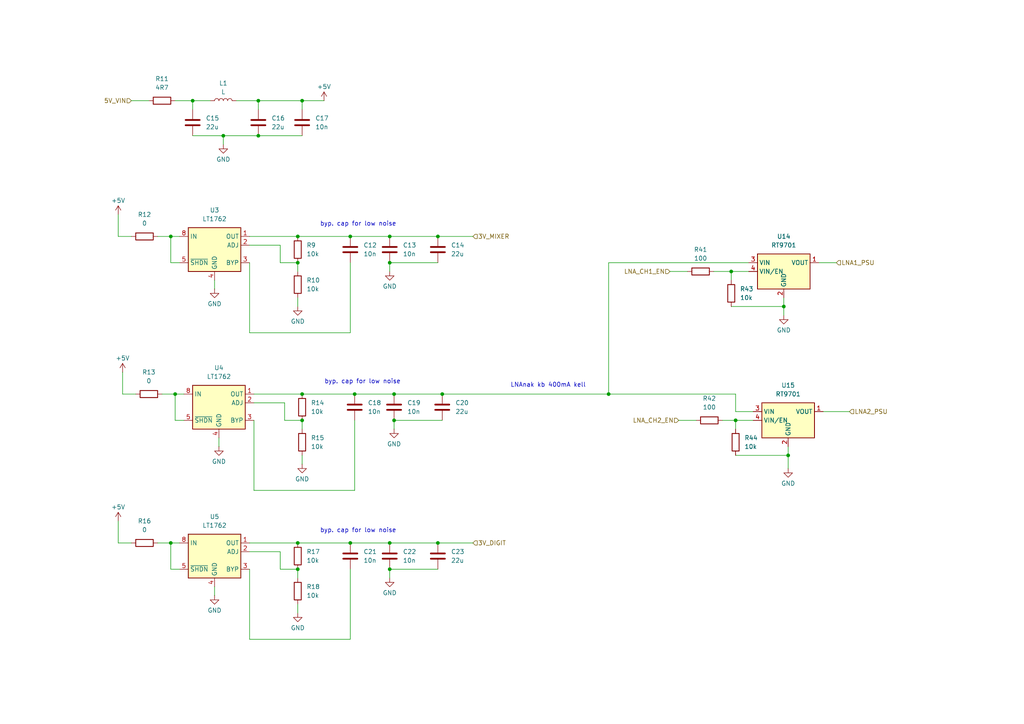
<source format=kicad_sch>
(kicad_sch (version 20250114) (generator "eeschema") (generator_version "9.0")
  (paper "A4")
  (lib_symbols
    (symbol "Device:C" (pin_numbers (hide yes)) (pin_names (offset 0.254))
      (property "Reference" "C" (at 0.635 2.54 0))
      (property "Value" "C" (at 0.635 -2.54 0))
      (symbol "C_0_1"
        (polyline (pts (xy -2.032 0.762) (xy 2.032 0.762)) (stroke (width 0.508)))
        (polyline (pts (xy -2.032 -0.762) (xy 2.032 -0.762)) (stroke (width 0.508)))
      )
      (symbol "C_1_1"
        (pin passive line (at 0 3.81 270) (length 2.794) (name "~") (number "1"))
        (pin passive line (at 0 -3.81 90) (length 2.794) (name "~") (number "2"))
      )
    )
    (symbol "Device:L" (pin_numbers (hide yes)) (pin_names (offset 1.016) (hide yes))
      (property "Reference" "L" (at -1.27 0 90))
      (property "Value" "L" (at 1.905 0 90))
      (symbol "L_0_1"
        (arc (start 0 2.54) (mid 0.6323 1.905) (end 0 1.27))
        (arc (start 0 1.27) (mid 0.6323 0.635) (end 0 0))
        (arc (start 0 0) (mid 0.6323 -0.635) (end 0 -1.27))
        (arc (start 0 -1.27) (mid 0.6323 -1.905) (end 0 -2.54))
      )
      (symbol "L_1_1"
        (pin passive line (at 0 3.81 270) (length 1.27) (name "1") (number "1"))
        (pin passive line (at 0 -3.81 90) (length 1.27) (name "2") (number "2"))
      )
    )
    (symbol "Device:R" (pin_numbers (hide yes)) (pin_names (offset 0))
      (property "Reference" "R" (at 2.032 0 90))
      (property "Value" "R" (at 0 0 90))
      (symbol "R_0_1"
        (rectangle (start -1.016 -2.54) (end 1.016 2.54) (stroke (width 0.254)))
      )
      (symbol "R_1_1"
        (pin passive line (at 0 3.81 270) (length 1.27) (name "~") (number "1"))
        (pin passive line (at 0 -3.81 90) (length 1.27) (name "~") (number "2"))
      )
    )
    (symbol "Power_Management:RT9701"
      (property "Reference" "U" (at 0 6.35 0))
      (property "Value" "RT9701" (at 5.08 -6.35 0))
      (symbol "RT9701_0_1"
        (rectangle (start -7.62 5.08) (end 7.62 -5.08) (stroke (width 0.254)) (fill (type background)))
      )
      (symbol "RT9701_1_1"
        (pin power_in line (at -10.16 2.54 0) (length 2.54) (name "VIN") (number "3"))
        (pin input line (at -10.16 0 0) (length 2.54) (name "VIN/EN") (number "4"))
        (pin power_in line (at 0 -7.62 90) (length 2.54) (name "GND") (number "2"))
        (pin power_out line (at 10.16 2.54 180) (length 2.54) (name "VOUT") (number "1"))
        (pin passive line (at 10.16 2.54 180) (length 2.54) (hide yes) (name "VOUT") (number "5"))
      )
    )
    (symbol "Regulator_Linear:LT1762"
      (property "Reference" "U" (at -7.62 8.89 0))
      (property "Value" "LT1762" (at 1.27 -6.35 0))
      (symbol "LT1762_0_1"
        (rectangle (start -7.62 7.62) (end 7.62 -5.08) (stroke (width 0.254)) (fill (type background)))
      )
      (symbol "LT1762_1_1"
        (pin power_in line (at -10.16 5.08 0) (length 2.54) (name "IN") (number "8"))
        (pin input line (at -10.16 -2.54 0) (length 2.54) (name "~{SHDN}") (number "5"))
        (pin power_in line (at 0 -7.62 90) (length 2.54) (name "GND") (number "4"))
        (pin no_connect line (at 2.54 5.08 90) (length 2.54) (hide yes) (name "NC") (number "6"))
        (pin no_connect line (at 2.54 2.54 90) (length 2.54) (hide yes) (name "NC") (number "7"))
        (pin power_out line (at 10.16 5.08 180) (length 2.54) (name "OUT") (number "1"))
        (pin input line (at 10.16 2.54 180) (length 2.54) (name "ADJ") (number "2"))
        (pin passive line (at 10.16 -2.54 180) (length 2.54) (name "BYP") (number "3"))
      )
    )
    (symbol "power:+5V" (power) (pin_numbers (hide yes)) (pin_names (offset 0) (hide yes))
      (property "Value" "+5V" (at 0 3.556 0))
      (symbol "+5V_0_1"
        (polyline (pts (xy -0.762 1.27) (xy 0 2.54)))
        (polyline (pts (xy 0 2.54) (xy 0.762 1.27)))
        (polyline (pts (xy 0 0) (xy 0 2.54)))
      )
      (symbol "+5V_1_1"
        (pin power_in line (at 0 0 90) (length 0) (name "~") (number "1"))
      )
    )
    (symbol "power:GND" (power) (pin_numbers (hide yes)) (pin_names (offset 0) (hide yes))
      (property "Value" "GND" (at 0 -3.81 0))
      (symbol "GND_0_1"
        (polyline (pts (xy 0 0) (xy 0 -1.27) (xy 1.27 -1.27) (xy 0 -2.54) (xy -1.27 -1.27) (xy 0 -1.27)))
      )
      (symbol "GND_1_1"
        (pin power_in line (at 0 0 270) (length 0) (name "~") (number "1"))
      )
    )
  )
  (text "LNAnak kb 400mA kell" (at 159.004 111.76 0) (effects (font (size 1.27 1.27))))
  (text "byp. cap for low noise" (at 105.156 110.744 0) (effects (font (size 1.27 1.27))))
  (text "byp. cap for low noise" (at 103.886 65.024 0) (effects (font (size 1.27 1.27))))
  (text "byp. cap for low noise" (at 103.886 153.924 0) (effects (font (size 1.27 1.27))))
  (junction (at 86.36 165.1))
  (junction (at 176.53 114.3))
  (junction (at 127 157.48))
  (junction (at 87.63 29.21))
  (junction (at 87.63 121.92))
  (junction (at 49.53 157.48))
  (junction (at 227.33 88.9))
  (junction (at 64.77 39.37))
  (junction (at 50.8 114.3))
  (junction (at 74.93 29.21))
  (junction (at 102.87 114.3))
  (junction (at 86.36 68.58))
  (junction (at 113.03 157.48))
  (junction (at 128.27 114.3))
  (junction (at 86.36 76.2))
  (junction (at 213.36 121.92))
  (junction (at 101.6 68.58))
  (junction (at 55.88 29.21))
  (junction (at 114.3 121.92))
  (junction (at 113.03 68.58))
  (junction (at 86.36 157.48))
  (junction (at 74.93 39.37))
  (junction (at 113.03 165.1))
  (junction (at 228.6 132.08))
  (junction (at 113.03 76.2))
  (junction (at 49.53 68.58))
  (junction (at 212.09 78.74))
  (junction (at 114.3 114.3))
  (junction (at 101.6 157.48))
  (junction (at 127 68.58))
  (junction (at 87.63 114.3))
  (wire (pts (xy 55.88 29.21) (xy 60.96 29.21)))
  (wire (pts (xy 137.16 68.58) (xy 127 68.58)))
  (wire (pts (xy 113.03 157.48) (xy 101.6 157.48)))
  (wire (pts (xy 101.6 76.2) (xy 101.6 96.52)))
  (wire (pts (xy 101.6 185.42) (xy 72.39 185.42)))
  (wire (pts (xy 86.36 165.1) (xy 81.28 165.1)))
  (wire (pts (xy 53.34 121.92) (xy 50.8 121.92)))
  (wire (pts (xy 81.28 165.1) (xy 81.28 160.02)))
  (wire (pts (xy 101.6 165.1) (xy 101.6 185.42)))
  (wire (pts (xy 87.63 121.92) (xy 87.63 124.46)))
  (wire (pts (xy 86.36 76.2) (xy 86.36 78.74)))
  (wire (pts (xy 114.3 114.3) (xy 128.27 114.3)))
  (wire (pts (xy 213.36 121.92) (xy 213.36 124.46)))
  (wire (pts (xy 238.76 119.38) (xy 246.38 119.38)))
  (wire (pts (xy 86.36 76.2) (xy 81.28 76.2)))
  (wire (pts (xy 213.36 114.3) (xy 213.36 119.38)))
  (wire (pts (xy 72.39 68.58) (xy 86.36 68.58)))
  (wire (pts (xy 102.87 142.24) (xy 73.66 142.24)))
  (wire (pts (xy 237.49 76.2) (xy 242.57 76.2)))
  (wire (pts (xy 35.56 114.3) (xy 39.37 114.3)))
  (wire (pts (xy 212.09 78.74) (xy 212.09 81.28)))
  (wire (pts (xy 72.39 157.48) (xy 86.36 157.48)))
  (wire (pts (xy 49.53 76.2) (xy 49.53 68.58)))
  (wire (pts (xy 34.29 68.58) (xy 38.1 68.58)))
  (wire (pts (xy 87.63 29.21) (xy 93.98 29.21)))
  (wire (pts (xy 113.03 68.58) (xy 127 68.58)))
  (wire (pts (xy 62.23 170.18) (xy 62.23 172.72)))
  (wire (pts (xy 52.07 76.2) (xy 49.53 76.2)))
  (wire (pts (xy 86.36 68.58) (xy 101.6 68.58)))
  (wire (pts (xy 102.87 121.92) (xy 102.87 142.24)))
  (wire (pts (xy 64.77 39.37) (xy 74.93 39.37)))
  (wire (pts (xy 137.16 157.48) (xy 127 157.48)))
  (wire (pts (xy 74.93 29.21) (xy 87.63 29.21)))
  (wire (pts (xy 49.53 157.48) (xy 52.07 157.48)))
  (wire (pts (xy 114.3 114.3) (xy 102.87 114.3)))
  (wire (pts (xy 81.28 76.2) (xy 81.28 71.12)))
  (wire (pts (xy 50.8 29.21) (xy 55.88 29.21)))
  (wire (pts (xy 114.3 121.92) (xy 128.27 121.92)))
  (wire (pts (xy 113.03 76.2) (xy 113.03 78.74)))
  (wire (pts (xy 62.23 81.28) (xy 62.23 83.82)))
  (wire (pts (xy 74.93 31.75) (xy 74.93 29.21)))
  (wire (pts (xy 228.6 129.54) (xy 228.6 132.08)))
  (wire (pts (xy 86.36 86.36) (xy 86.36 88.9)))
  (wire (pts (xy 101.6 96.52) (xy 72.39 96.52)))
  (wire (pts (xy 45.72 68.58) (xy 49.53 68.58)))
  (wire (pts (xy 55.88 39.37) (xy 64.77 39.37)))
  (wire (pts (xy 87.63 121.92) (xy 82.55 121.92)))
  (wire (pts (xy 213.36 132.08) (xy 228.6 132.08)))
  (wire (pts (xy 81.28 71.12) (xy 72.39 71.12)))
  (wire (pts (xy 209.55 121.92) (xy 213.36 121.92)))
  (wire (pts (xy 113.03 76.2) (xy 127 76.2)))
  (wire (pts (xy 82.55 121.92) (xy 82.55 116.84)))
  (wire (pts (xy 86.36 157.48) (xy 101.6 157.48)))
  (wire (pts (xy 212.09 78.74) (xy 217.17 78.74)))
  (wire (pts (xy 52.07 165.1) (xy 49.53 165.1)))
  (wire (pts (xy 217.17 76.2) (xy 176.53 76.2)))
  (wire (pts (xy 72.39 185.42) (xy 72.39 165.1)))
  (wire (pts (xy 73.66 114.3) (xy 87.63 114.3)))
  (wire (pts (xy 196.85 121.92) (xy 201.93 121.92)))
  (wire (pts (xy 113.03 165.1) (xy 113.03 167.64)))
  (wire (pts (xy 74.93 39.37) (xy 87.63 39.37)))
  (wire (pts (xy 227.33 86.36) (xy 227.33 88.9)))
  (wire (pts (xy 46.99 114.3) (xy 50.8 114.3)))
  (wire (pts (xy 87.63 29.21) (xy 87.63 31.75)))
  (wire (pts (xy 114.3 121.92) (xy 114.3 124.46)))
  (wire (pts (xy 34.29 62.23) (xy 34.29 68.58)))
  (wire (pts (xy 34.29 151.13) (xy 34.29 157.48)))
  (wire (pts (xy 64.77 39.37) (xy 64.77 41.91)))
  (wire (pts (xy 81.28 160.02) (xy 72.39 160.02)))
  (wire (pts (xy 86.36 165.1) (xy 86.36 167.64)))
  (wire (pts (xy 50.8 114.3) (xy 53.34 114.3)))
  (wire (pts (xy 55.88 29.21) (xy 55.88 31.75)))
  (wire (pts (xy 50.8 121.92) (xy 50.8 114.3)))
  (wire (pts (xy 87.63 114.3) (xy 102.87 114.3)))
  (wire (pts (xy 227.33 88.9) (xy 227.33 91.44)))
  (wire (pts (xy 49.53 165.1) (xy 49.53 157.48)))
  (wire (pts (xy 73.66 142.24) (xy 73.66 121.92)))
  (wire (pts (xy 113.03 68.58) (xy 101.6 68.58)))
  (wire (pts (xy 87.63 132.08) (xy 87.63 134.62)))
  (wire (pts (xy 212.09 88.9) (xy 227.33 88.9)))
  (wire (pts (xy 194.31 78.74) (xy 199.39 78.74)))
  (wire (pts (xy 72.39 96.52) (xy 72.39 76.2)))
  (wire (pts (xy 176.53 76.2) (xy 176.53 114.3)))
  (wire (pts (xy 35.56 107.95) (xy 35.56 114.3)))
  (wire (pts (xy 74.93 29.21) (xy 68.58 29.21)))
  (wire (pts (xy 34.29 157.48) (xy 38.1 157.48)))
  (wire (pts (xy 45.72 157.48) (xy 49.53 157.48)))
  (wire (pts (xy 113.03 157.48) (xy 127 157.48)))
  (wire (pts (xy 228.6 132.08) (xy 228.6 135.89)))
  (wire (pts (xy 213.36 121.92) (xy 218.44 121.92)))
  (wire (pts (xy 38.1 29.21) (xy 43.18 29.21)))
  (wire (pts (xy 82.55 116.84) (xy 73.66 116.84)))
  (wire (pts (xy 63.5 127) (xy 63.5 129.54)))
  (wire (pts (xy 213.36 119.38) (xy 218.44 119.38)))
  (wire (pts (xy 49.53 68.58) (xy 52.07 68.58)))
  (wire (pts (xy 86.36 175.26) (xy 86.36 177.8)))
  (wire (pts (xy 113.03 165.1) (xy 127 165.1)))
  (wire (pts (xy 176.53 114.3) (xy 213.36 114.3)))
  (wire (pts (xy 128.27 114.3) (xy 176.53 114.3)))
  (wire (pts (xy 207.01 78.74) (xy 212.09 78.74)))
  (hierarchical_label "LNA_CH1_EN" (shape input) (at 194.31 78.74 180))
  (hierarchical_label "LNA2_PSU" (shape input) (at 246.38 119.38 0))
  (hierarchical_label "LNA1_PSU" (shape input) (at 242.57 76.2 0))
  (hierarchical_label "3V_DIGIT" (shape input) (at 137.16 157.48 0))
  (hierarchical_label "LNA_CH2_EN" (shape input) (at 196.85 121.92 180))
  (hierarchical_label "3V_MIXER" (shape input) (at 137.16 68.58 0))
  (hierarchical_label "5V_VIN" (shape input) (at 38.1 29.21 180))
  (symbol (lib_id "Device:R") (at 87.63 118.11 0) (unit 1)
    (property "Reference" "R14" (at 90.17 116.8399 0) (effects (justify left)))
    (property "Value" "10k" (at 90.17 119.3799 0) (effects (justify left)))
    (property "Footprint" "Resistor_SMD:R_0603_1608Metric_Pad0.98x0.95mm_HandSolder" (effects (hide yes)))
    (property "Description" "Resistor" (effects (hide yes)))
  )
  (symbol (lib_id "Device:C") (at 102.87 118.11 180) (unit 1)
    (property "Reference" "C18" (at 106.68 116.8399 0) (effects (justify right)))
    (property "Value" "10n" (at 106.68 119.3799 0) (effects (justify right)))
    (property "Footprint" "Capacitor_SMD:C_0603_1608Metric_Pad1.08x0.95mm_HandSolder" (effects (hide yes)))
    (property "Description" "Unpolarized capacitor" (effects (hide yes)))
  )
  (symbol (lib_id "Regulator_Linear:LT1762") (at 63.5 119.38 0) (unit 1)
    (property "Reference" "U4" (at 63.5 106.68 0))
    (property "Value" "LT1762" (at 63.5 109.22 0))
    (property "Footprint" "Package_SO:MSOP-8_3x3mm_P0.65mm" (effects (hide yes)))
    (property "Datasheet" "https://www.analog.com/media/en/technical-documentation/data-sheets/LT1762.pdf" (effects (hide yes)))
    (property "Description" "150mA, Adjustable, Low Noise, Micropower LDO Regulator, MSOP-8" (effects (hide yes)))
  )
  (symbol (lib_id "power:GND") (at 63.5 129.54 0) (unit 1)
    (property "Reference" "#PWR024" (effects (hide yes)))
    (property "Value" "GND" (at 63.5 133.858 0))
    (property "Description" "Power symbol creates a global label with name \"GND\" , ground" (effects (hide yes)))
  )
  (symbol (lib_id "power:+5V") (at 34.29 151.13 0) (unit 1)
    (property "Reference" "#PWR01" (effects (hide yes)))
    (property "Value" "+5V" (at 34.29 147.066 0))
    (property "Description" "Power symbol creates a global label with name \"+5V\"" (effects (hide yes)))
  )
  (symbol (lib_id "Regulator_Linear:LT1762") (at 62.23 162.56 0) (unit 1)
    (property "Reference" "U5" (at 62.23 149.86 0))
    (property "Value" "LT1762" (at 62.23 152.4 0))
    (property "Footprint" "Package_SO:MSOP-8_3x3mm_P0.65mm" (effects (hide yes)))
    (property "Datasheet" "https://www.analog.com/media/en/technical-documentation/data-sheets/LT1762.pdf" (effects (hide yes)))
    (property "Description" "150mA, Adjustable, Low Noise, Micropower LDO Regulator, MSOP-8" (effects (hide yes)))
  )
  (symbol (lib_id "power:GND") (at 86.36 88.9 0) (unit 1)
    (property "Reference" "#PWR019" (effects (hide yes)))
    (property "Value" "GND" (at 86.36 93.218 0))
    (property "Description" "Power symbol creates a global label with name \"GND\" , ground" (effects (hide yes)))
  )
  (symbol (lib_id "Device:R") (at 86.36 82.55 0) (unit 1)
    (property "Reference" "R10" (at 88.9 81.2799 0) (effects (justify left)))
    (property "Value" "10k" (at 88.9 83.8199 0) (effects (justify left)))
    (property "Footprint" "Resistor_SMD:R_0603_1608Metric_Pad0.98x0.95mm_HandSolder" (effects (hide yes)))
    (property "Description" "Resistor" (effects (hide yes)))
  )
  (symbol (lib_id "Device:C") (at 55.88 35.56 0) (unit 1)
    (property "Reference" "C15" (at 59.69 34.2899 0) (effects (justify left)))
    (property "Value" "22u" (at 59.69 36.8299 0) (effects (justify left)))
    (property "Footprint" "Capacitor_SMD:C_0805_2012Metric_Pad1.18x1.45mm_HandSolder" (effects (hide yes)))
    (property "Description" "Unpolarized capacitor" (effects (hide yes)))
  )
  (symbol (lib_id "Device:C") (at 127 161.29 0) (unit 1)
    (property "Reference" "C23" (at 130.81 160.0199 0) (effects (justify left)))
    (property "Value" "22u" (at 130.81 162.5599 0) (effects (justify left)))
    (property "Footprint" "Capacitor_SMD:C_1206_3216Metric_Pad1.33x1.80mm_HandSolder" (effects (hide yes)))
    (property "Description" "Unpolarized capacitor" (effects (hide yes)))
  )
  (symbol (lib_id "Device:C") (at 127 72.39 0) (unit 1)
    (property "Reference" "C14" (at 130.81 71.1199 0) (effects (justify left)))
    (property "Value" "22u" (at 130.81 73.6599 0) (effects (justify left)))
    (property "Footprint" "Capacitor_SMD:C_1206_3216Metric_Pad1.33x1.80mm_HandSolder" (effects (hide yes)))
    (property "Description" "Unpolarized capacitor" (effects (hide yes)))
  )
  (symbol (lib_id "Device:C") (at 101.6 161.29 180) (unit 1)
    (property "Reference" "C21" (at 105.41 160.0199 0) (effects (justify right)))
    (property "Value" "10n" (at 105.41 162.5599 0) (effects (justify right)))
    (property "Footprint" "Capacitor_SMD:C_0603_1608Metric_Pad1.08x0.95mm_HandSolder" (effects (hide yes)))
    (property "Description" "Unpolarized capacitor" (effects (hide yes)))
  )
  (symbol (lib_id "Device:C") (at 128.27 118.11 0) (unit 1)
    (property "Reference" "C20" (at 132.08 116.8399 0) (effects (justify left)))
    (property "Value" "22u" (at 132.08 119.3799 0) (effects (justify left)))
    (property "Footprint" "Capacitor_SMD:C_1206_3216Metric_Pad1.33x1.80mm_HandSolder" (effects (hide yes)))
    (property "Description" "Unpolarized capacitor" (effects (hide yes)))
  )
  (symbol (lib_id "Device:R") (at 87.63 128.27 0) (unit 1)
    (property "Reference" "R15" (at 90.17 126.9999 0) (effects (justify left)))
    (property "Value" "10k" (at 90.17 129.5399 0) (effects (justify left)))
    (property "Footprint" "Resistor_SMD:R_0603_1608Metric_Pad0.98x0.95mm_HandSolder" (effects (hide yes)))
    (property "Description" "Resistor" (effects (hide yes)))
  )
  (symbol (lib_id "Device:R") (at 86.36 72.39 0) (unit 1)
    (property "Reference" "R9" (at 88.9 71.1199 0) (effects (justify left)))
    (property "Value" "10k" (at 88.9 73.6599 0) (effects (justify left)))
    (property "Footprint" "Resistor_SMD:R_0603_1608Metric_Pad0.98x0.95mm_HandSolder" (effects (hide yes)))
    (property "Description" "Resistor" (effects (hide yes)))
  )
  (symbol (lib_id "Device:L") (at 64.77 29.21 90) (unit 1)
    (property "Reference" "L1" (at 64.77 24.13 90))
    (property "Value" "L" (at 64.77 26.67 90))
    (property "Footprint" "Inductor_SMD:L_0805_2012Metric_Pad1.05x1.20mm_HandSolder" (effects (hide yes)))
    (property "Description" "Inductor" (effects (hide yes)))
  )
  (symbol (lib_id "power:GND") (at 114.3 124.46 0) (unit 1)
    (property "Reference" "#PWR026" (effects (hide yes)))
    (property "Value" "GND" (at 114.3 128.778 0))
    (property "Description" "Power symbol creates a global label with name \"GND\" , ground" (effects (hide yes)))
  )
  (symbol (lib_id "Device:C") (at 114.3 118.11 0) (unit 1)
    (property "Reference" "C19" (at 118.11 116.8399 0) (effects (justify left)))
    (property "Value" "10n" (at 118.11 119.3799 0) (effects (justify left)))
    (property "Footprint" "Capacitor_SMD:C_0603_1608Metric_Pad1.08x0.95mm_HandSolder" (effects (hide yes)))
    (property "Description" "Unpolarized capacitor" (effects (hide yes)))
  )
  (symbol (lib_id "Device:R") (at 86.36 171.45 0) (unit 1)
    (property "Reference" "R18" (at 88.9 170.1799 0) (effects (justify left)))
    (property "Value" "10k" (at 88.9 172.7199 0) (effects (justify left)))
    (property "Footprint" "Resistor_SMD:R_0603_1608Metric_Pad0.98x0.95mm_HandSolder" (effects (hide yes)))
    (property "Description" "Resistor" (effects (hide yes)))
  )
  (symbol (lib_id "power:GND") (at 62.23 83.82 0) (unit 1)
    (property "Reference" "#PWR018" (effects (hide yes)))
    (property "Value" "GND" (at 62.23 88.138 0))
    (property "Description" "Power symbol creates a global label with name \"GND\" , ground" (effects (hide yes)))
  )
  (symbol (lib_id "Device:R") (at 41.91 157.48 90) (unit 1)
    (property "Reference" "R16" (at 41.91 151.13 90))
    (property "Value" "0" (at 41.91 153.67 90))
    (property "Footprint" "Resistor_SMD:R_0603_1608Metric_Pad0.98x0.95mm_HandSolder" (effects (hide yes)))
    (property "Description" "Resistor" (effects (hide yes)))
  )
  (symbol (lib_id "power:GND") (at 87.63 134.62 0) (unit 1)
    (property "Reference" "#PWR025" (effects (hide yes)))
    (property "Value" "GND" (at 87.63 138.938 0))
    (property "Description" "Power symbol creates a global label with name \"GND\" , ground" (effects (hide yes)))
  )
  (symbol (lib_id "Device:R") (at 43.18 114.3 90) (unit 1)
    (property "Reference" "R13" (at 43.18 107.95 90))
    (property "Value" "0" (at 43.18 110.49 90))
    (property "Footprint" "Resistor_SMD:R_0603_1608Metric_Pad0.98x0.95mm_HandSolder" (effects (hide yes)))
    (property "Description" "Resistor" (effects (hide yes)))
  )
  (symbol (lib_id "Power_Management:RT9701") (at 228.6 121.92 0) (unit 1)
    (property "Reference" "U15" (at 228.6 111.76 0))
    (property "Value" "RT9701" (at 228.6 114.3 0))
    (property "Footprint" "Package_TO_SOT_SMD:SOT-23-5_HandSoldering" (effects (hide yes)))
    (property "Datasheet" "https://www.richtek.com/Products/Power%20Switch/RT9701?sc_lang=en" (effects (hide yes)))
    (property "Description" "100 milliohm power distribution switch, SOT-25" (effects (hide yes)))
  )
  (symbol (lib_id "power:GND") (at 227.33 91.44 0) (unit 1)
    (property "Reference" "#PWR071" (effects (hide yes)))
    (property "Value" "GND" (at 227.33 95.758 0))
    (property "Description" "Power symbol creates a global label with name \"GND\" , ground" (effects (hide yes)))
  )
  (symbol (lib_id "Device:C") (at 113.03 161.29 0) (unit 1)
    (property "Reference" "C22" (at 116.84 160.0199 0) (effects (justify left)))
    (property "Value" "10n" (at 116.84 162.5599 0) (effects (justify left)))
    (property "Footprint" "Capacitor_SMD:C_0603_1608Metric_Pad1.08x0.95mm_HandSolder" (effects (hide yes)))
    (property "Description" "Unpolarized capacitor" (effects (hide yes)))
  )
  (symbol (lib_id "Device:R") (at 41.91 68.58 90) (unit 1)
    (property "Reference" "R12" (at 41.91 62.23 90))
    (property "Value" "0" (at 41.91 64.77 90))
    (property "Footprint" "Resistor_SMD:R_0603_1608Metric_Pad0.98x0.95mm_HandSolder" (effects (hide yes)))
    (property "Description" "Resistor" (effects (hide yes)))
  )
  (symbol (lib_id "Regulator_Linear:LT1762") (at 62.23 73.66 0) (unit 1)
    (property "Reference" "U3" (at 62.23 60.96 0))
    (property "Value" "LT1762" (at 62.23 63.5 0))
    (property "Footprint" "Package_SO:MSOP-8_3x3mm_P0.65mm" (effects (hide yes)))
    (property "Datasheet" "https://www.analog.com/media/en/technical-documentation/data-sheets/LT1762.pdf" (effects (hide yes)))
    (property "Description" "150mA, Adjustable, Low Noise, Micropower LDO Regulator, MSOP-8" (effects (hide yes)))
  )
  (symbol (lib_id "power:GND") (at 228.6 135.89 0) (unit 1)
    (property "Reference" "#PWR072" (effects (hide yes)))
    (property "Value" "GND" (at 228.6 140.208 0))
    (property "Description" "Power symbol creates a global label with name \"GND\" , ground" (effects (hide yes)))
  )
  (symbol (lib_id "Device:C") (at 113.03 72.39 0) (unit 1)
    (property "Reference" "C13" (at 116.84 71.1199 0) (effects (justify left)))
    (property "Value" "10n" (at 116.84 73.6599 0) (effects (justify left)))
    (property "Footprint" "Capacitor_SMD:C_0603_1608Metric_Pad1.08x0.95mm_HandSolder" (effects (hide yes)))
    (property "Description" "Unpolarized capacitor" (effects (hide yes)))
  )
  (symbol (lib_id "Device:R") (at 86.36 161.29 0) (unit 1)
    (property "Reference" "R17" (at 88.9 160.0199 0) (effects (justify left)))
    (property "Value" "10k" (at 88.9 162.5599 0) (effects (justify left)))
    (property "Footprint" "Resistor_SMD:R_0603_1608Metric_Pad0.98x0.95mm_HandSolder" (effects (hide yes)))
    (property "Description" "Resistor" (effects (hide yes)))
  )
  (symbol (lib_id "power:GND") (at 113.03 78.74 0) (unit 1)
    (property "Reference" "#PWR020" (effects (hide yes)))
    (property "Value" "GND" (at 113.03 83.058 0))
    (property "Description" "Power symbol creates a global label with name \"GND\" , ground" (effects (hide yes)))
  )
  (symbol (lib_id "Device:C") (at 101.6 72.39 180) (unit 1)
    (property "Reference" "C12" (at 105.41 71.1199 0) (effects (justify right)))
    (property "Value" "10n" (at 105.41 73.6599 0) (effects (justify right)))
    (property "Footprint" "Capacitor_SMD:C_0603_1608Metric_Pad1.08x0.95mm_HandSolder" (effects (hide yes)))
    (property "Description" "Unpolarized capacitor" (effects (hide yes)))
  )
  (symbol (lib_id "power:GND") (at 113.03 167.64 0) (unit 1)
    (property "Reference" "#PWR029" (effects (hide yes)))
    (property "Value" "GND" (at 113.03 171.958 0))
    (property "Description" "Power symbol creates a global label with name \"GND\" , ground" (effects (hide yes)))
  )
  (symbol (lib_id "power:+5V") (at 35.56 107.95 0) (unit 1)
    (property "Reference" "#PWR023" (effects (hide yes)))
    (property "Value" "+5V" (at 35.56 103.886 0))
    (property "Description" "Power symbol creates a global label with name \"+5V\"" (effects (hide yes)))
  )
  (symbol (lib_id "Device:R") (at 212.09 85.09 0) (unit 1)
    (property "Reference" "R43" (at 214.63 83.8199 0) (effects (justify left)))
    (property "Value" "10k" (at 214.63 86.3599 0) (effects (justify left)))
    (property "Footprint" "Resistor_SMD:R_0603_1608Metric_Pad0.98x0.95mm_HandSolder" (effects (hide yes)))
    (property "Description" "Resistor" (effects (hide yes)))
  )
  (symbol (lib_id "power:GND") (at 64.77 41.91 0) (unit 1)
    (property "Reference" "#PWR022" (effects (hide yes)))
    (property "Value" "GND" (at 64.77 46.228 0))
    (property "Description" "Power symbol creates a global label with name \"GND\" , ground" (effects (hide yes)))
  )
  (symbol (lib_id "Device:C") (at 74.93 35.56 0) (unit 1)
    (property "Reference" "C16" (at 78.74 34.2899 0) (effects (justify left)))
    (property "Value" "22u" (at 78.74 36.8299 0) (effects (justify left)))
    (property "Footprint" "Capacitor_SMD:C_0805_2012Metric_Pad1.18x1.45mm_HandSolder" (effects (hide yes)))
    (property "Description" "Unpolarized capacitor" (effects (hide yes)))
  )
  (symbol (lib_id "power:GND") (at 86.36 177.8 0) (unit 1)
    (property "Reference" "#PWR028" (effects (hide yes)))
    (property "Value" "GND" (at 86.36 182.118 0))
    (property "Description" "Power symbol creates a global label with name \"GND\" , ground" (effects (hide yes)))
  )
  (symbol (lib_id "power:GND") (at 62.23 172.72 0) (unit 1)
    (property "Reference" "#PWR027" (effects (hide yes)))
    (property "Value" "GND" (at 62.23 177.038 0))
    (property "Description" "Power symbol creates a global label with name \"GND\" , ground" (effects (hide yes)))
  )
  (symbol (lib_id "Device:R") (at 203.2 78.74 90) (unit 1)
    (property "Reference" "R41" (at 203.2 72.39 90))
    (property "Value" "100" (at 203.2 74.93 90))
    (property "Footprint" "Resistor_SMD:R_0603_1608Metric_Pad0.98x0.95mm_HandSolder" (effects (hide yes)))
    (property "Description" "Resistor" (effects (hide yes)))
  )
  (symbol (lib_id "Device:R") (at 46.99 29.21 90) (unit 1)
    (property "Reference" "R11" (at 46.99 22.86 90))
    (property "Value" "4R7" (at 46.99 25.4 90))
    (property "Footprint" "Resistor_SMD:R_0805_2012Metric_Pad1.20x1.40mm_HandSolder" (effects (hide yes)))
    (property "Description" "Resistor" (effects (hide yes)))
  )
  (symbol (lib_id "power:+5V") (at 34.29 62.23 0) (unit 1)
    (property "Reference" "#PWR017" (effects (hide yes)))
    (property "Value" "+5V" (at 34.29 58.166 0))
    (property "Description" "Power symbol creates a global label with name \"+5V\"" (effects (hide yes)))
  )
  (symbol (lib_id "power:+5V") (at 93.98 29.21 0) (unit 1)
    (property "Reference" "#PWR021" (effects (hide yes)))
    (property "Value" "+5V" (at 93.98 25.146 0))
    (property "Description" "Power symbol creates a global label with name \"+5V\"" (effects (hide yes)))
  )
  (symbol (lib_id "Device:R") (at 213.36 128.27 180) (unit 1)
    (property "Reference" "R44" (at 215.9 126.9999 0) (effects (justify right)))
    (property "Value" "10k" (at 215.9 129.5399 0) (effects (justify right)))
    (property "Footprint" "Resistor_SMD:R_0603_1608Metric_Pad0.98x0.95mm_HandSolder" (effects (hide yes)))
    (property "Description" "Resistor" (effects (hide yes)))
  )
  (symbol (lib_id "Device:C") (at 87.63 35.56 180) (unit 1)
    (property "Reference" "C17" (at 91.44 34.2899 0) (effects (justify right)))
    (property "Value" "10n" (at 91.44 36.8299 0) (effects (justify right)))
    (property "Footprint" "Capacitor_SMD:C_0603_1608Metric_Pad1.08x0.95mm_HandSolder" (effects (hide yes)))
    (property "Description" "Unpolarized capacitor" (effects (hide yes)))
  )
  (symbol (lib_id "Power_Management:RT9701") (at 227.33 78.74 0) (unit 1)
    (property "Reference" "U14" (at 227.33 68.58 0))
    (property "Value" "RT9701" (at 227.33 71.12 0))
    (property "Footprint" "Package_TO_SOT_SMD:SOT-23-5_HandSoldering" (effects (hide yes)))
    (property "Datasheet" "https://www.richtek.com/Products/Power%20Switch/RT9701?sc_lang=en" (effects (hide yes)))
    (property "Description" "100 milliohm power distribution switch, SOT-25" (effects (hide yes)))
  )
  (symbol (lib_id "Device:R") (at 205.74 121.92 90) (unit 1)
    (property "Reference" "R42" (at 205.74 115.57 90))
    (property "Value" "100" (at 205.74 118.11 90))
    (property "Footprint" "Resistor_SMD:R_0603_1608Metric_Pad0.98x0.95mm_HandSolder" (effects (hide yes)))
    (property "Description" "Resistor" (effects (hide yes)))
  )
)
</source>
